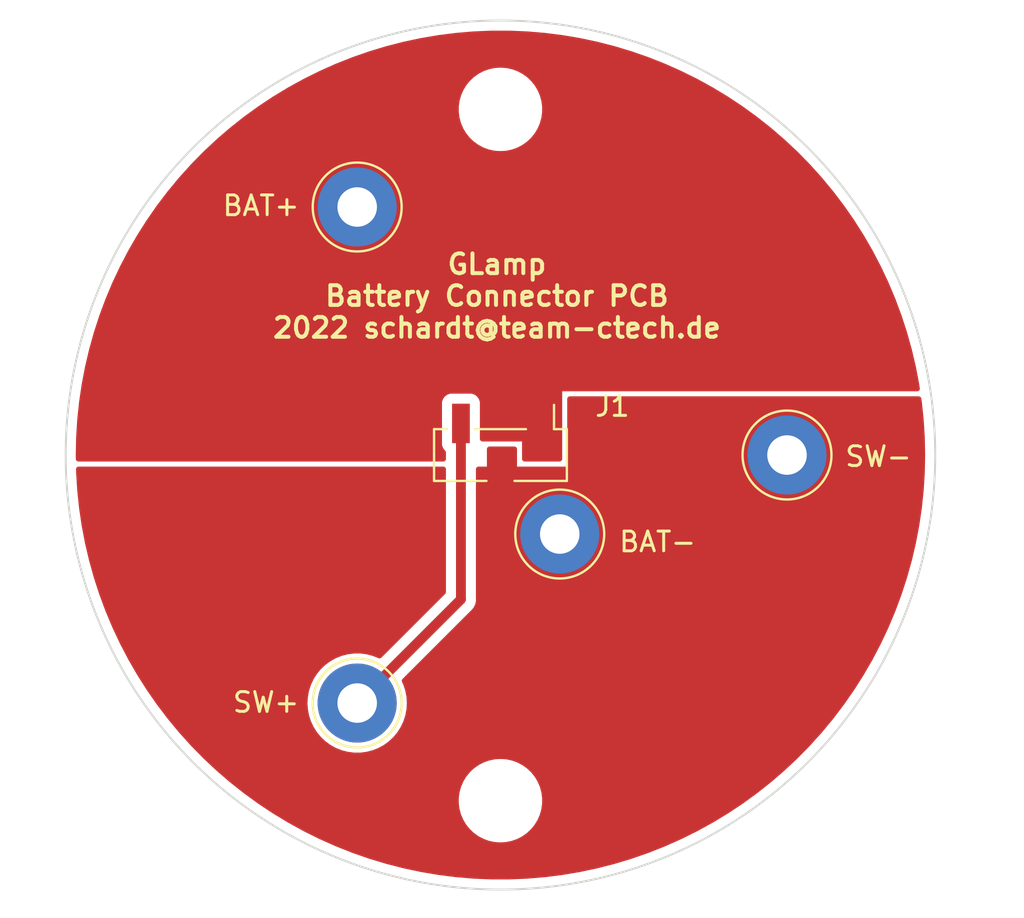
<source format=kicad_pcb>
(kicad_pcb (version 20211014) (generator pcbnew)
  (layers (0 "F.Cu" signal) (31 "B.Cu" signal) (34 "B.Paste" user) (35 "F.Paste" user) (36 "B.SilkS" user "B.Silkscreen") (37 "F.SilkS" user "F.Silkscreen") (38 "B.Mask" user) (39 "F.Mask" user) (44 "Edge.Cuts" user))
  (net 0 "")
  (net 1 "/BAT+")
  (net 2 "/GND")
  (net 3 "/MODE")
  (footprint "MountingHole:MountingHole_3.2mm_M3_DIN965" (layer "F.Cu") (at 100 117.5)
    (fp_text reference "H2" hide)
    (fp_text value "MountingHole")
    (pad "" np_thru_hole circle (at 0 0) (size 3.2 3.2) (drill 3.2) (layers *.Cu *.Mask))
  )
  (footprint "MountingHole:MountingHole_3.2mm_M3_DIN965" (layer "F.Cu") (at 100 82.5)
    (fp_text reference "H1" hide)
    (fp_text value "MountingHole")
    (pad "" np_thru_hole circle (at 0 0) (size 3.2 3.2) (drill 3.2) (layers *.Cu *.Mask))
  )
  (footprint "TestPoint:TestPoint_THTPad_D4.0mm_Drill2.0mm" (layer "F.Cu") (at 92.75 87.443)
    (fp_text reference "BAT+" (at -4.866 -0.067) (layer "F.SilkS"))
    (fp_text value "BAT+")
    (fp_circle (center 0 0) (end 0 2.25) (layer "F.SilkS") (width 0.12) (fill none))
    (pad "1" thru_hole circle (at 0 0) (size 4 4) (drill 2) (layers *.Cu *.Mask) (net 1 "/BAT+"))
  )
  (footprint "TestPoint:TestPoint_THTPad_D4.0mm_Drill2.0mm" (layer "F.Cu") (at 114.5 100)
    (fp_text reference "SW-" (at 4.626 0.076) (layer "F.SilkS"))
    (fp_text value "SW-")
    (fp_circle (center 0 0) (end 0 2.25) (layer "F.SilkS") (width 0.12) (fill none))
    (pad "1" thru_hole circle (at 0 0) (size 4 4) (drill 2) (layers *.Cu *.Mask) (net 2 "/GND"))
  )
  (footprint "TestPoint:TestPoint_THTPad_D4.0mm_Drill2.0mm" (layer "F.Cu") (at 103 104)
    (fp_text reference "BAT-" (at 4.95 0.394) (layer "F.SilkS"))
    (fp_text value "BAT-")
    (fp_circle (center 0 0) (end 0 2.25) (layer "F.SilkS") (width 0.12) (fill none))
    (pad "1" thru_hole circle (at 0 0) (size 4 4) (drill 2) (layers *.Cu *.Mask) (net 2 "/GND"))
  )
  (footprint "TestPoint:TestPoint_THTPad_D4.0mm_Drill2.0mm" (layer "F.Cu") (at 92.75 112.557)
    (fp_text reference "SW+" (at -4.612 -0.035) (layer "F.SilkS"))
    (fp_text value "SW+")
    (fp_circle (center 0 0) (end 0 2.25) (layer "F.SilkS") (width 0.12) (fill none))
    (pad "1" thru_hole circle (at 0 0) (size 4 4) (drill 2) (layers *.Cu *.Mask) (net 3 "/MODE"))
  )
  (footprint "Connector_PinSocket_2.00mm:PinSocket_1x03_P2.00mm_Vertical_SMD_Pin1Left" (layer "F.Cu") (at 100 100 -90)
    (fp_text reference "J1" (at -2.464 -5.664) (layer "F.SilkS"))
    (fp_text value "Conn_01x03")
    (fp_line (start 1.31 0.71) (end 1.31 3.36) (layer "F.SilkS") (width 0.12))
    (fp_line (start -1.31 3.36) (end 1.31 3.36) (layer "F.SilkS") (width 0.12))
    (fp_line (start 1.31 -3.36) (end 1.31 -0.71) (layer "F.SilkS") (width 0.12))
    (fp_line (start -2.54 -2.71) (end -1.31 -2.71) (layer "F.SilkS") (width 0.12))
    (fp_line (start -1.31 -3.36) (end 1.31 -3.36) (layer "F.SilkS") (width 0.12))
    (fp_line (start -1.31 -1.29) (end -1.31 1.29) (layer "F.SilkS") (width 0.12))
    (fp_line (start -1.31 2.71) (end -1.31 3.36) (layer "F.SilkS") (width 0.12))
    (fp_line (start -1.31 -3.36) (end -1.31 -2.71) (layer "F.SilkS") (width 0.12))
    (pad "1" smd rect (at -1.6 -2 270) (size 2 0.9) (layers "F.Cu" "F.Paste" "F.Mask") (net 1 "/BAT+"))
    (pad "2" smd rect (at 1.6 0 270) (size 2 0.9) (layers "F.Cu" "F.Paste" "F.Mask") (net 2 "/GND"))
    (pad "3" smd rect (at -1.6 2 270) (size 2 0.9) (layers "F.Cu" "F.Paste" "F.Mask") (net 3 "/MODE"))
  )
  (gr_circle (center 100 100) (end 122 100) (layer "Edge.Cuts") (width 0.1) (fill none))
  (gr_text "GLamp\nBattery Connector PCB\n2022 schardt@team-ctech.de" (at 99.822 91.948) (layer "F.SilkS") (effects (font (size 1 1) (thickness 0.2))))
  (segment (start 100 101.175) (end 100.175 101.175) (width 0.25) (layer "F.Cu") (net 2))
  (segment (start 98 107.307) (end 98 98.825) (width 0.5) (layer "F.Cu") (net 3))
  (segment (start 92.75 112.557) (end 98 107.307) (width 0.5) (layer "F.Cu") (net 3))
  (zone (net 1) (net_name "/BAT+") (layer "F.Cu") (connect_pads yes (clearance 0.508)) (min_thickness 0.254) (fill yes (thermal_gap 0.508) (thermal_bridge_width 0.508))
    (polygon (pts (xy 126.238 96.774) (xy 103.124 96.774) (xy 103.124 100.33) (xy 101.092 100.33) (xy 101.092 99.314) (xy 99.06 99.314) (xy 99.06 100.33) (xy 74.676 100.33) (xy 74.676 77.216) (xy 126.492 76.962)))
  )
  (zone (net 2) (net_name "/GND") (layer "F.Cu") (connect_pads yes (clearance 0.508)) (min_thickness 0.254) (fill yes (thermal_gap 0.508) (thermal_bridge_width 0.508))
    (polygon (pts (xy 126.238 123.444) (xy 74.676 123.444) (xy 74.676 100.584) (xy 99.314 100.584) (xy 99.314 99.568) (xy 100.838 99.568) (xy 100.838 100.584) (xy 103.378 100.584) (xy 103.378 97.028) (xy 126.238 97.028)))
  )
)
</source>
